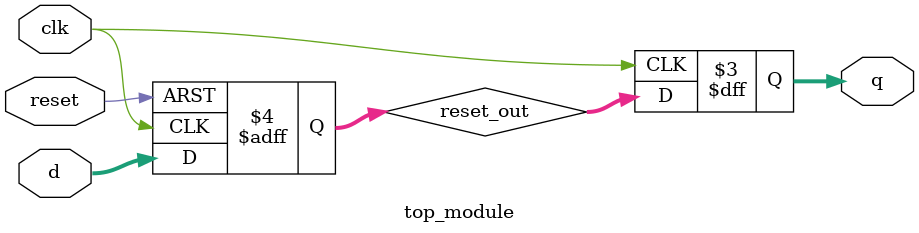
<source format=sv>
module top_module(
  input clk,
  input [7:0] d,
  input reset,
  output reg [7:0] q
);

  // Reset signal for synchronous reset
  reg [7:0] reset_out;

  // D flip-flops
  always @(posedge clk or posedge reset) begin
    if (reset) begin
      reset_out <= 8'b0; // Reset the output to zero
    end else begin
      reset_out <= d; // Update the output with the input
    end
  end

  // Assign the output
  always @(posedge clk) begin
    q <= reset_out;
  end

endmodule

</source>
